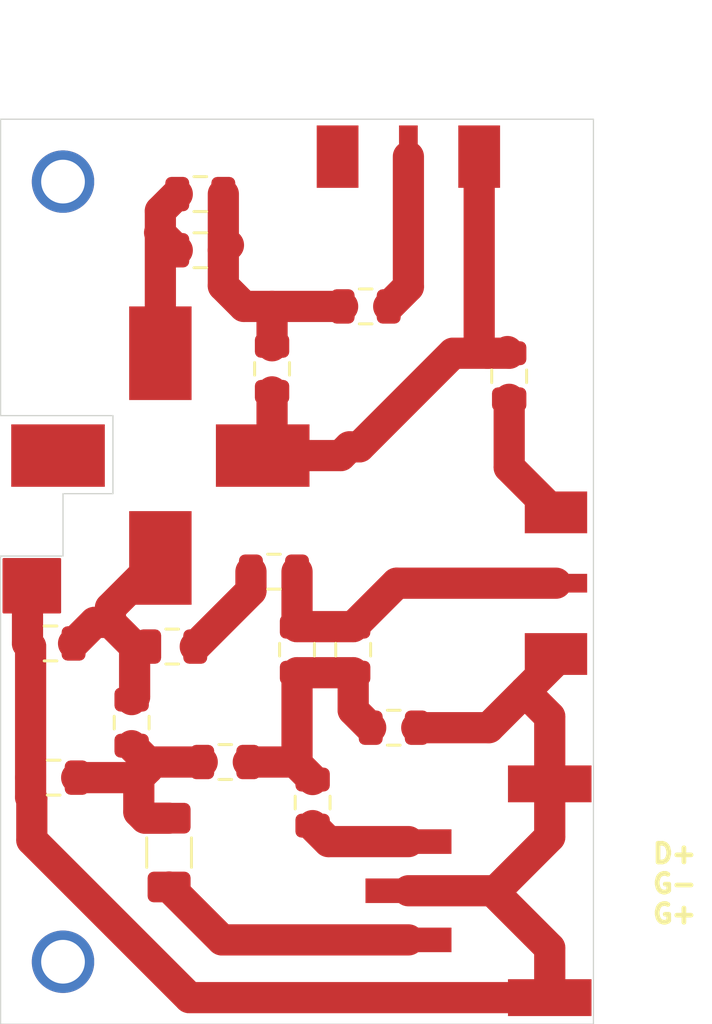
<source format=kicad_pcb>
(kicad_pcb (version 20171130) (host pcbnew "(5.1.4)-1")

  (general
    (thickness 1.6)
    (drawings 13)
    (tracks 84)
    (zones 0)
    (modules 20)
    (nets 1)
  )

  (page A4)
  (layers
    (0 F.Cu signal)
    (31 B.Cu signal)
    (32 B.Adhes user)
    (33 F.Adhes user)
    (34 B.Paste user)
    (35 F.Paste user)
    (36 B.SilkS user)
    (37 F.SilkS user)
    (38 B.Mask user)
    (39 F.Mask user)
    (40 Dwgs.User user)
    (41 Cmts.User user)
    (42 Eco1.User user)
    (43 Eco2.User user)
    (44 Edge.Cuts user)
    (45 Margin user)
    (46 B.CrtYd user)
    (47 F.CrtYd user)
    (48 B.Fab user)
    (49 F.Fab user hide)
  )

  (setup
    (last_trace_width 1.27)
    (user_trace_width 0.635)
    (user_trace_width 1.27)
    (user_trace_width 2.54)
    (trace_clearance 0.2)
    (zone_clearance 0.508)
    (zone_45_only no)
    (trace_min 0.2)
    (via_size 0.8)
    (via_drill 0.4)
    (via_min_size 0.4)
    (via_min_drill 0.3)
    (user_via 2.54 1.778)
    (uvia_size 0.3)
    (uvia_drill 0.1)
    (uvias_allowed no)
    (uvia_min_size 0.2)
    (uvia_min_drill 0.1)
    (edge_width 0.05)
    (segment_width 0.2)
    (pcb_text_width 0.3)
    (pcb_text_size 1.5 1.5)
    (mod_edge_width 0.12)
    (mod_text_size 1 1)
    (mod_text_width 0.15)
    (pad_size 1.524 1.524)
    (pad_drill 0.762)
    (pad_to_mask_clearance 0.051)
    (solder_mask_min_width 0.25)
    (aux_axis_origin 0 0)
    (visible_elements 7FFFFFFF)
    (pcbplotparams
      (layerselection 0x010fc_ffffffff)
      (usegerberextensions false)
      (usegerberattributes false)
      (usegerberadvancedattributes false)
      (creategerberjobfile false)
      (excludeedgelayer true)
      (linewidth 0.100000)
      (plotframeref false)
      (viasonmask false)
      (mode 1)
      (useauxorigin false)
      (hpglpennumber 1)
      (hpglpenspeed 20)
      (hpglpendiameter 15.000000)
      (psnegative false)
      (psa4output false)
      (plotreference true)
      (plotvalue true)
      (plotinvisibletext false)
      (padsonsilk false)
      (subtractmaskfromsilk false)
      (outputformat 1)
      (mirror false)
      (drillshape 1)
      (scaleselection 1)
      (outputdirectory ""))
  )

  (net 0 "")

  (net_class Default "This is the default net class."
    (clearance 0.2)
    (trace_width 0.25)
    (via_dia 0.8)
    (via_drill 0.4)
    (uvia_dia 0.3)
    (uvia_drill 0.1)
  )

  (module "new second stage amp:SMP_EdgeMount" (layer F.Cu) (tedit 5E8E094C) (tstamp 5E8E6022)
    (at 165.315 39.37 90)
    (descr http://www.amphenolrf.com/132289.html)
    (tags SMA)
    (attr smd)
    (fp_text reference REF** (at -2.1336 -1.0922) (layer F.SilkS) hide
      (effects (font (size 1 1) (thickness 0.15)))
    )
    (fp_text value SMP_EdgeMount (at 5 6 90) (layer F.Fab)
      (effects (font (size 1 1) (thickness 0.15)))
    )
    (fp_line (start 6.35 3.81) (end 6.35 -3.81) (layer F.CrtYd) (width 0.05))
    (fp_line (start 6.35 -3.81) (end -1.27 -3.81) (layer F.CrtYd) (width 0.05))
    (fp_line (start 2.4478 0.0762) (end 1.4478 0.8262) (layer F.Fab) (width 0.1))
    (fp_line (start 1.4478 -0.6738) (end 2.4478 0.0762) (layer F.Fab) (width 0.1))
    (fp_text user %R (at 3.6978 0.0762 180) (layer F.Fab)
      (effects (font (size 1 1) (thickness 0.15)))
    )
    (fp_line (start 6.35 3.81) (end -1.27 3.81) (layer F.CrtYd) (width 0.05))
    (fp_line (start -1.27 3.81) (end -1.27 -3.81) (layer F.CrtYd) (width 0.05))
    (fp_line (start 1.27 -3.81) (end 1.27 3.81) (layer F.Fab) (width 0.1))
    (pad 2 smd rect (at 0 2.882 180) (size 1.7 2.54) (layers F.Cu F.Paste F.Mask))
    (pad 2 smd rect (at 0 -2.882 180) (size 1.7 2.54) (layers F.Cu F.Paste F.Mask))
    (pad 1 smd rect (at 0 0 180) (size 0.762 2.54) (layers F.Cu F.Paste F.Mask))
    (model ${KISYS3DMOD}/Connector_Coaxial.3dshapes/SMA_Amphenol_132289_EdgeMount.wrl
      (at (xyz 0 0 0))
      (scale (xyz 1 1 1))
      (rotate (xyz 0 0 0))
    )
  )

  (module "new second stage amp:SMP_EdgeMount" (layer F.Cu) (tedit 5E8E094C) (tstamp 5E8E5FDB)
    (at 171.323 56.73)
    (descr http://www.amphenolrf.com/132289.html)
    (tags SMA)
    (attr smd)
    (fp_text reference REF** (at -2.1336 -1.0922 90) (layer F.SilkS) hide
      (effects (font (size 1 1) (thickness 0.15)))
    )
    (fp_text value SMP_EdgeMount (at 5 6) (layer F.Fab)
      (effects (font (size 1 1) (thickness 0.15)))
    )
    (fp_line (start 6.35 3.81) (end 6.35 -3.81) (layer F.CrtYd) (width 0.05))
    (fp_line (start 6.35 -3.81) (end -1.27 -3.81) (layer F.CrtYd) (width 0.05))
    (fp_line (start 2.4478 0.0762) (end 1.4478 0.8262) (layer F.Fab) (width 0.1))
    (fp_line (start 1.4478 -0.6738) (end 2.4478 0.0762) (layer F.Fab) (width 0.1))
    (fp_text user %R (at 3.6978 0.0762 270) (layer F.Fab)
      (effects (font (size 1 1) (thickness 0.15)))
    )
    (fp_line (start 6.35 3.81) (end -1.27 3.81) (layer F.CrtYd) (width 0.05))
    (fp_line (start -1.27 3.81) (end -1.27 -3.81) (layer F.CrtYd) (width 0.05))
    (fp_line (start 1.27 -3.81) (end 1.27 3.81) (layer F.Fab) (width 0.1))
    (pad 2 smd rect (at 0 2.882 90) (size 1.7 2.54) (layers F.Cu F.Paste F.Mask))
    (pad 2 smd rect (at 0 -2.882 90) (size 1.7 2.54) (layers F.Cu F.Paste F.Mask))
    (pad 1 smd rect (at 0 0 90) (size 0.762 2.54) (layers F.Cu F.Paste F.Mask))
    (model ${KISYS3DMOD}/Connector_Coaxial.3dshapes/SMA_Amphenol_132289_EdgeMount.wrl
      (at (xyz 0 0 0))
      (scale (xyz 1 1 1))
      (rotate (xyz 0 0 0))
    )
  )

  (module Resistor_SMD:R_1206_3216Metric (layer F.Cu) (tedit 5B301BBD) (tstamp 5E8E5CB7)
    (at 155.575 67.694 90)
    (descr "Resistor SMD 1206 (3216 Metric), square (rectangular) end terminal, IPC_7351 nominal, (Body size source: http://www.tortai-tech.com/upload/download/2011102023233369053.pdf), generated with kicad-footprint-generator")
    (tags resistor)
    (attr smd)
    (fp_text reference REF** (at 0 -1.82 90) (layer F.SilkS) hide
      (effects (font (size 1 1) (thickness 0.15)))
    )
    (fp_text value R_1206_3216Metric (at 0 1.82 90) (layer F.Fab)
      (effects (font (size 1 1) (thickness 0.15)))
    )
    (fp_text user %R (at 0 0 90) (layer F.Fab)
      (effects (font (size 0.8 0.8) (thickness 0.12)))
    )
    (fp_line (start 2.28 1.12) (end -2.28 1.12) (layer F.CrtYd) (width 0.05))
    (fp_line (start 2.28 -1.12) (end 2.28 1.12) (layer F.CrtYd) (width 0.05))
    (fp_line (start -2.28 -1.12) (end 2.28 -1.12) (layer F.CrtYd) (width 0.05))
    (fp_line (start -2.28 1.12) (end -2.28 -1.12) (layer F.CrtYd) (width 0.05))
    (fp_line (start -0.602064 0.91) (end 0.602064 0.91) (layer F.SilkS) (width 0.12))
    (fp_line (start -0.602064 -0.91) (end 0.602064 -0.91) (layer F.SilkS) (width 0.12))
    (fp_line (start 1.6 0.8) (end -1.6 0.8) (layer F.Fab) (width 0.1))
    (fp_line (start 1.6 -0.8) (end 1.6 0.8) (layer F.Fab) (width 0.1))
    (fp_line (start -1.6 -0.8) (end 1.6 -0.8) (layer F.Fab) (width 0.1))
    (fp_line (start -1.6 0.8) (end -1.6 -0.8) (layer F.Fab) (width 0.1))
    (pad 2 smd roundrect (at 1.4 0 90) (size 1.25 1.75) (layers F.Cu F.Paste F.Mask) (roundrect_rratio 0.2))
    (pad 1 smd roundrect (at -1.4 0 90) (size 1.25 1.75) (layers F.Cu F.Paste F.Mask) (roundrect_rratio 0.2))
    (model ${KISYS3DMOD}/Resistor_SMD.3dshapes/R_1206_3216Metric.wrl
      (at (xyz 0 0 0))
      (scale (xyz 1 1 1))
      (rotate (xyz 0 0 0))
    )
  )

  (module "new second stage amp:3 pos header" (layer F.Cu) (tedit 5E8DFE5E) (tstamp 5E8E5579)
    (at 172.769 64.147 270)
    (fp_text reference REF** (at 5.842 -0.9144 90) (layer F.SilkS) hide
      (effects (font (size 1 1) (thickness 0.15)))
    )
    (fp_text value "3 pos header" (at -0.0254 -1.2192 90) (layer F.Fab)
      (effects (font (size 1 1) (thickness 0.15)))
    )
    (fp_line (start 10.2 9.2) (end 10.2 0) (layer F.CrtYd) (width 0.12))
    (fp_line (start 0 0) (end 0 9.2) (layer F.CrtYd) (width 0.12))
    (fp_line (start 0 9.2) (end 10.2 9.2) (layer F.CrtYd) (width 0.12))
    (fp_line (start 0 0) (end 10.2 0) (layer F.CrtYd) (width 0.12))
    (pad 5 smd rect (at 9.45 1.7 270) (size 1.5 3.4) (layers F.Cu F.Paste F.Mask))
    (pad 4 smd rect (at 0.75 1.7 270) (size 1.5 3.4) (layers F.Cu F.Paste F.Mask))
    (pad 3 smd rect (at 7.1 7.45 270) (size 1 3.5) (layers F.Cu F.Paste F.Mask))
    (pad 2 smd rect (at 5.1 7.45 270) (size 1 3.5) (layers F.Cu F.Paste F.Mask))
    (pad 1 smd rect (at 3.1 7.45 270) (size 1 3.5) (layers F.Cu F.Paste F.Mask))
  )

  (module Capacitor_SMD:C_0805_2012Metric (layer F.Cu) (tedit 5B36C52B) (tstamp 5E8E5335)
    (at 161.417 65.659 90)
    (descr "Capacitor SMD 0805 (2012 Metric), square (rectangular) end terminal, IPC_7351 nominal, (Body size source: https://docs.google.com/spreadsheets/d/1BsfQQcO9C6DZCsRaXUlFlo91Tg2WpOkGARC1WS5S8t0/edit?usp=sharing), generated with kicad-footprint-generator")
    (tags capacitor)
    (attr smd)
    (fp_text reference REF** (at 0 -1.65 90) (layer F.SilkS) hide
      (effects (font (size 1 1) (thickness 0.15)))
    )
    (fp_text value C_0805_2012Metric (at 0 1.65 90) (layer F.Fab)
      (effects (font (size 1 1) (thickness 0.15)))
    )
    (fp_text user %R (at 0 0 90) (layer F.Fab)
      (effects (font (size 0.5 0.5) (thickness 0.08)))
    )
    (fp_line (start 1.68 0.95) (end -1.68 0.95) (layer F.CrtYd) (width 0.05))
    (fp_line (start 1.68 -0.95) (end 1.68 0.95) (layer F.CrtYd) (width 0.05))
    (fp_line (start -1.68 -0.95) (end 1.68 -0.95) (layer F.CrtYd) (width 0.05))
    (fp_line (start -1.68 0.95) (end -1.68 -0.95) (layer F.CrtYd) (width 0.05))
    (fp_line (start -0.258578 0.71) (end 0.258578 0.71) (layer F.SilkS) (width 0.12))
    (fp_line (start -0.258578 -0.71) (end 0.258578 -0.71) (layer F.SilkS) (width 0.12))
    (fp_line (start 1 0.6) (end -1 0.6) (layer F.Fab) (width 0.1))
    (fp_line (start 1 -0.6) (end 1 0.6) (layer F.Fab) (width 0.1))
    (fp_line (start -1 -0.6) (end 1 -0.6) (layer F.Fab) (width 0.1))
    (fp_line (start -1 0.6) (end -1 -0.6) (layer F.Fab) (width 0.1))
    (pad 2 smd roundrect (at 0.9375 0 90) (size 0.975 1.4) (layers F.Cu F.Paste F.Mask) (roundrect_rratio 0.25))
    (pad 1 smd roundrect (at -0.9375 0 90) (size 0.975 1.4) (layers F.Cu F.Paste F.Mask) (roundrect_rratio 0.25))
    (model ${KISYS3DMOD}/Capacitor_SMD.3dshapes/C_0805_2012Metric.wrl
      (at (xyz 0 0 0))
      (scale (xyz 1 1 1))
      (rotate (xyz 0 0 0))
    )
  )

  (module Capacitor_SMD:C_0805_2012Metric (layer F.Cu) (tedit 5B36C52B) (tstamp 5E8E526B)
    (at 155.702 59.309)
    (descr "Capacitor SMD 0805 (2012 Metric), square (rectangular) end terminal, IPC_7351 nominal, (Body size source: https://docs.google.com/spreadsheets/d/1BsfQQcO9C6DZCsRaXUlFlo91Tg2WpOkGARC1WS5S8t0/edit?usp=sharing), generated with kicad-footprint-generator")
    (tags capacitor)
    (attr smd)
    (fp_text reference REF** (at 0 -1.65) (layer F.SilkS) hide
      (effects (font (size 1 1) (thickness 0.15)))
    )
    (fp_text value C_0805_2012Metric (at 0 1.65) (layer F.Fab)
      (effects (font (size 1 1) (thickness 0.15)))
    )
    (fp_text user %R (at 0 0) (layer F.Fab)
      (effects (font (size 0.5 0.5) (thickness 0.08)))
    )
    (fp_line (start 1.68 0.95) (end -1.68 0.95) (layer F.CrtYd) (width 0.05))
    (fp_line (start 1.68 -0.95) (end 1.68 0.95) (layer F.CrtYd) (width 0.05))
    (fp_line (start -1.68 -0.95) (end 1.68 -0.95) (layer F.CrtYd) (width 0.05))
    (fp_line (start -1.68 0.95) (end -1.68 -0.95) (layer F.CrtYd) (width 0.05))
    (fp_line (start -0.258578 0.71) (end 0.258578 0.71) (layer F.SilkS) (width 0.12))
    (fp_line (start -0.258578 -0.71) (end 0.258578 -0.71) (layer F.SilkS) (width 0.12))
    (fp_line (start 1 0.6) (end -1 0.6) (layer F.Fab) (width 0.1))
    (fp_line (start 1 -0.6) (end 1 0.6) (layer F.Fab) (width 0.1))
    (fp_line (start -1 -0.6) (end 1 -0.6) (layer F.Fab) (width 0.1))
    (fp_line (start -1 0.6) (end -1 -0.6) (layer F.Fab) (width 0.1))
    (pad 2 smd roundrect (at 0.9375 0) (size 0.975 1.4) (layers F.Cu F.Paste F.Mask) (roundrect_rratio 0.25))
    (pad 1 smd roundrect (at -0.9375 0) (size 0.975 1.4) (layers F.Cu F.Paste F.Mask) (roundrect_rratio 0.25))
    (model ${KISYS3DMOD}/Capacitor_SMD.3dshapes/C_0805_2012Metric.wrl
      (at (xyz 0 0 0))
      (scale (xyz 1 1 1))
      (rotate (xyz 0 0 0))
    )
  )

  (module Capacitor_SMD:C_0805_2012Metric (layer F.Cu) (tedit 5B36C52B) (tstamp 5E8E508C)
    (at 156.845 40.894)
    (descr "Capacitor SMD 0805 (2012 Metric), square (rectangular) end terminal, IPC_7351 nominal, (Body size source: https://docs.google.com/spreadsheets/d/1BsfQQcO9C6DZCsRaXUlFlo91Tg2WpOkGARC1WS5S8t0/edit?usp=sharing), generated with kicad-footprint-generator")
    (tags capacitor)
    (attr smd)
    (fp_text reference REF** (at 0 -1.65) (layer F.SilkS) hide
      (effects (font (size 1 1) (thickness 0.15)))
    )
    (fp_text value C_0805_2012Metric (at 0 1.65) (layer F.Fab)
      (effects (font (size 1 1) (thickness 0.15)))
    )
    (fp_text user %R (at 0 0) (layer F.Fab)
      (effects (font (size 0.5 0.5) (thickness 0.08)))
    )
    (fp_line (start 1.68 0.95) (end -1.68 0.95) (layer F.CrtYd) (width 0.05))
    (fp_line (start 1.68 -0.95) (end 1.68 0.95) (layer F.CrtYd) (width 0.05))
    (fp_line (start -1.68 -0.95) (end 1.68 -0.95) (layer F.CrtYd) (width 0.05))
    (fp_line (start -1.68 0.95) (end -1.68 -0.95) (layer F.CrtYd) (width 0.05))
    (fp_line (start -0.258578 0.71) (end 0.258578 0.71) (layer F.SilkS) (width 0.12))
    (fp_line (start -0.258578 -0.71) (end 0.258578 -0.71) (layer F.SilkS) (width 0.12))
    (fp_line (start 1 0.6) (end -1 0.6) (layer F.Fab) (width 0.1))
    (fp_line (start 1 -0.6) (end 1 0.6) (layer F.Fab) (width 0.1))
    (fp_line (start -1 -0.6) (end 1 -0.6) (layer F.Fab) (width 0.1))
    (fp_line (start -1 0.6) (end -1 -0.6) (layer F.Fab) (width 0.1))
    (pad 2 smd roundrect (at 0.9375 0) (size 0.975 1.4) (layers F.Cu F.Paste F.Mask) (roundrect_rratio 0.25))
    (pad 1 smd roundrect (at -0.9375 0) (size 0.975 1.4) (layers F.Cu F.Paste F.Mask) (roundrect_rratio 0.25))
    (model ${KISYS3DMOD}/Capacitor_SMD.3dshapes/C_0805_2012Metric.wrl
      (at (xyz 0 0 0))
      (scale (xyz 1 1 1))
      (rotate (xyz 0 0 0))
    )
  )

  (module Capacitor_SMD:C_0805_2012Metric (layer F.Cu) (tedit 5B36C52B) (tstamp 5E7B7DB3)
    (at 164.719 62.611)
    (descr "Capacitor SMD 0805 (2012 Metric), square (rectangular) end terminal, IPC_7351 nominal, (Body size source: https://docs.google.com/spreadsheets/d/1BsfQQcO9C6DZCsRaXUlFlo91Tg2WpOkGARC1WS5S8t0/edit?usp=sharing), generated with kicad-footprint-generator")
    (tags capacitor)
    (attr smd)
    (fp_text reference REF** (at 0 -1.65) (layer F.SilkS) hide
      (effects (font (size 1 1) (thickness 0.15)))
    )
    (fp_text value C_0805_2012Metric (at 0 1.65) (layer F.Fab)
      (effects (font (size 1 1) (thickness 0.15)))
    )
    (fp_text user %R (at 0 0) (layer F.Fab)
      (effects (font (size 0.5 0.5) (thickness 0.08)))
    )
    (fp_line (start 1.68 0.95) (end -1.68 0.95) (layer F.CrtYd) (width 0.05))
    (fp_line (start 1.68 -0.95) (end 1.68 0.95) (layer F.CrtYd) (width 0.05))
    (fp_line (start -1.68 -0.95) (end 1.68 -0.95) (layer F.CrtYd) (width 0.05))
    (fp_line (start -1.68 0.95) (end -1.68 -0.95) (layer F.CrtYd) (width 0.05))
    (fp_line (start -0.258578 0.71) (end 0.258578 0.71) (layer F.SilkS) (width 0.12))
    (fp_line (start -0.258578 -0.71) (end 0.258578 -0.71) (layer F.SilkS) (width 0.12))
    (fp_line (start 1 0.6) (end -1 0.6) (layer F.Fab) (width 0.1))
    (fp_line (start 1 -0.6) (end 1 0.6) (layer F.Fab) (width 0.1))
    (fp_line (start -1 -0.6) (end 1 -0.6) (layer F.Fab) (width 0.1))
    (fp_line (start -1 0.6) (end -1 -0.6) (layer F.Fab) (width 0.1))
    (pad 2 smd roundrect (at 0.9375 0) (size 0.975 1.4) (layers F.Cu F.Paste F.Mask) (roundrect_rratio 0.25))
    (pad 1 smd roundrect (at -0.9375 0) (size 0.975 1.4) (layers F.Cu F.Paste F.Mask) (roundrect_rratio 0.25))
    (model ${KISYS3DMOD}/Capacitor_SMD.3dshapes/C_0805_2012Metric.wrl
      (at (xyz 0 0 0))
      (scale (xyz 1 1 1))
      (rotate (xyz 0 0 0))
    )
  )

  (module Inductor_SMD:L_0805_2012Metric (layer F.Cu) (tedit 5B36C52B) (tstamp 5E7B7BF5)
    (at 163.068 59.436 90)
    (descr "Inductor SMD 0805 (2012 Metric), square (rectangular) end terminal, IPC_7351 nominal, (Body size source: https://docs.google.com/spreadsheets/d/1BsfQQcO9C6DZCsRaXUlFlo91Tg2WpOkGARC1WS5S8t0/edit?usp=sharing), generated with kicad-footprint-generator")
    (tags inductor)
    (attr smd)
    (fp_text reference REF** (at 0 -1.65 90) (layer F.SilkS) hide
      (effects (font (size 1 1) (thickness 0.15)))
    )
    (fp_text value L_0805_2012Metric (at 0 1.65 90) (layer F.Fab)
      (effects (font (size 1 1) (thickness 0.15)))
    )
    (fp_text user %R (at 0 0 90) (layer F.Fab)
      (effects (font (size 0.5 0.5) (thickness 0.08)))
    )
    (fp_line (start 1.68 0.95) (end -1.68 0.95) (layer F.CrtYd) (width 0.05))
    (fp_line (start 1.68 -0.95) (end 1.68 0.95) (layer F.CrtYd) (width 0.05))
    (fp_line (start -1.68 -0.95) (end 1.68 -0.95) (layer F.CrtYd) (width 0.05))
    (fp_line (start -1.68 0.95) (end -1.68 -0.95) (layer F.CrtYd) (width 0.05))
    (fp_line (start -0.258578 0.71) (end 0.258578 0.71) (layer F.SilkS) (width 0.12))
    (fp_line (start -0.258578 -0.71) (end 0.258578 -0.71) (layer F.SilkS) (width 0.12))
    (fp_line (start 1 0.6) (end -1 0.6) (layer F.Fab) (width 0.1))
    (fp_line (start 1 -0.6) (end 1 0.6) (layer F.Fab) (width 0.1))
    (fp_line (start -1 -0.6) (end 1 -0.6) (layer F.Fab) (width 0.1))
    (fp_line (start -1 0.6) (end -1 -0.6) (layer F.Fab) (width 0.1))
    (pad 2 smd roundrect (at 0.9375 0 90) (size 0.975 1.4) (layers F.Cu F.Paste F.Mask) (roundrect_rratio 0.25))
    (pad 1 smd roundrect (at -0.9375 0 90) (size 0.975 1.4) (layers F.Cu F.Paste F.Mask) (roundrect_rratio 0.25))
    (model ${KISYS3DMOD}/Inductor_SMD.3dshapes/L_0805_2012Metric.wrl
      (at (xyz 0 0 0))
      (scale (xyz 1 1 1))
      (rotate (xyz 0 0 0))
    )
  )

  (module Resistor_SMD:R_0805_2012Metric (layer F.Cu) (tedit 5B36C52B) (tstamp 5E7B7482)
    (at 160.782 59.436 90)
    (descr "Resistor SMD 0805 (2012 Metric), square (rectangular) end terminal, IPC_7351 nominal, (Body size source: https://docs.google.com/spreadsheets/d/1BsfQQcO9C6DZCsRaXUlFlo91Tg2WpOkGARC1WS5S8t0/edit?usp=sharing), generated with kicad-footprint-generator")
    (tags resistor)
    (attr smd)
    (fp_text reference REF** (at 0 -1.65 90) (layer F.SilkS) hide
      (effects (font (size 1 1) (thickness 0.15)))
    )
    (fp_text value R_0805_2012Metric (at 0 1.65 90) (layer F.Fab)
      (effects (font (size 1 1) (thickness 0.15)))
    )
    (fp_text user %R (at 0 0 90) (layer F.Fab)
      (effects (font (size 0.5 0.5) (thickness 0.08)))
    )
    (fp_line (start 1.68 0.95) (end -1.68 0.95) (layer F.CrtYd) (width 0.05))
    (fp_line (start 1.68 -0.95) (end 1.68 0.95) (layer F.CrtYd) (width 0.05))
    (fp_line (start -1.68 -0.95) (end 1.68 -0.95) (layer F.CrtYd) (width 0.05))
    (fp_line (start -1.68 0.95) (end -1.68 -0.95) (layer F.CrtYd) (width 0.05))
    (fp_line (start -0.258578 0.71) (end 0.258578 0.71) (layer F.SilkS) (width 0.12))
    (fp_line (start -0.258578 -0.71) (end 0.258578 -0.71) (layer F.SilkS) (width 0.12))
    (fp_line (start 1 0.6) (end -1 0.6) (layer F.Fab) (width 0.1))
    (fp_line (start 1 -0.6) (end 1 0.6) (layer F.Fab) (width 0.1))
    (fp_line (start -1 -0.6) (end 1 -0.6) (layer F.Fab) (width 0.1))
    (fp_line (start -1 0.6) (end -1 -0.6) (layer F.Fab) (width 0.1))
    (pad 2 smd roundrect (at 0.9375 0 90) (size 0.975 1.4) (layers F.Cu F.Paste F.Mask) (roundrect_rratio 0.25))
    (pad 1 smd roundrect (at -0.9375 0 90) (size 0.975 1.4) (layers F.Cu F.Paste F.Mask) (roundrect_rratio 0.25))
    (model ${KISYS3DMOD}/Resistor_SMD.3dshapes/R_0805_2012Metric.wrl
      (at (xyz 0 0 0))
      (scale (xyz 1 1 1))
      (rotate (xyz 0 0 0))
    )
  )

  (module Capacitor_SMD:C_0805_2012Metric (layer F.Cu) (tedit 5B36C52B) (tstamp 5E7B7421)
    (at 157.861 64.008)
    (descr "Capacitor SMD 0805 (2012 Metric), square (rectangular) end terminal, IPC_7351 nominal, (Body size source: https://docs.google.com/spreadsheets/d/1BsfQQcO9C6DZCsRaXUlFlo91Tg2WpOkGARC1WS5S8t0/edit?usp=sharing), generated with kicad-footprint-generator")
    (tags capacitor)
    (attr smd)
    (fp_text reference REF** (at 0 -1.65) (layer F.SilkS) hide
      (effects (font (size 1 1) (thickness 0.15)))
    )
    (fp_text value C_0805_2012Metric (at 0 1.65) (layer F.Fab)
      (effects (font (size 1 1) (thickness 0.15)))
    )
    (fp_text user %R (at 0 0) (layer F.Fab)
      (effects (font (size 0.5 0.5) (thickness 0.08)))
    )
    (fp_line (start 1.68 0.95) (end -1.68 0.95) (layer F.CrtYd) (width 0.05))
    (fp_line (start 1.68 -0.95) (end 1.68 0.95) (layer F.CrtYd) (width 0.05))
    (fp_line (start -1.68 -0.95) (end 1.68 -0.95) (layer F.CrtYd) (width 0.05))
    (fp_line (start -1.68 0.95) (end -1.68 -0.95) (layer F.CrtYd) (width 0.05))
    (fp_line (start -0.258578 0.71) (end 0.258578 0.71) (layer F.SilkS) (width 0.12))
    (fp_line (start -0.258578 -0.71) (end 0.258578 -0.71) (layer F.SilkS) (width 0.12))
    (fp_line (start 1 0.6) (end -1 0.6) (layer F.Fab) (width 0.1))
    (fp_line (start 1 -0.6) (end 1 0.6) (layer F.Fab) (width 0.1))
    (fp_line (start -1 -0.6) (end 1 -0.6) (layer F.Fab) (width 0.1))
    (fp_line (start -1 0.6) (end -1 -0.6) (layer F.Fab) (width 0.1))
    (pad 2 smd roundrect (at 0.9375 0) (size 0.975 1.4) (layers F.Cu F.Paste F.Mask) (roundrect_rratio 0.25))
    (pad 1 smd roundrect (at -0.9375 0) (size 0.975 1.4) (layers F.Cu F.Paste F.Mask) (roundrect_rratio 0.25))
    (model ${KISYS3DMOD}/Capacitor_SMD.3dshapes/C_0805_2012Metric.wrl
      (at (xyz 0 0 0))
      (scale (xyz 1 1 1))
      (rotate (xyz 0 0 0))
    )
  )

  (module Resistor_SMD:R_0805_2012Metric (layer F.Cu) (tedit 5B36C52B) (tstamp 5E7B73C0)
    (at 154.051 62.4055 90)
    (descr "Resistor SMD 0805 (2012 Metric), square (rectangular) end terminal, IPC_7351 nominal, (Body size source: https://docs.google.com/spreadsheets/d/1BsfQQcO9C6DZCsRaXUlFlo91Tg2WpOkGARC1WS5S8t0/edit?usp=sharing), generated with kicad-footprint-generator")
    (tags resistor)
    (attr smd)
    (fp_text reference REF** (at 0 -1.65 90) (layer F.SilkS) hide
      (effects (font (size 1 1) (thickness 0.15)))
    )
    (fp_text value R_0805_2012Metric (at 0 1.65 90) (layer F.Fab)
      (effects (font (size 1 1) (thickness 0.15)))
    )
    (fp_text user %R (at 0 0 90) (layer F.Fab)
      (effects (font (size 0.5 0.5) (thickness 0.08)))
    )
    (fp_line (start 1.68 0.95) (end -1.68 0.95) (layer F.CrtYd) (width 0.05))
    (fp_line (start 1.68 -0.95) (end 1.68 0.95) (layer F.CrtYd) (width 0.05))
    (fp_line (start -1.68 -0.95) (end 1.68 -0.95) (layer F.CrtYd) (width 0.05))
    (fp_line (start -1.68 0.95) (end -1.68 -0.95) (layer F.CrtYd) (width 0.05))
    (fp_line (start -0.258578 0.71) (end 0.258578 0.71) (layer F.SilkS) (width 0.12))
    (fp_line (start -0.258578 -0.71) (end 0.258578 -0.71) (layer F.SilkS) (width 0.12))
    (fp_line (start 1 0.6) (end -1 0.6) (layer F.Fab) (width 0.1))
    (fp_line (start 1 -0.6) (end 1 0.6) (layer F.Fab) (width 0.1))
    (fp_line (start -1 -0.6) (end 1 -0.6) (layer F.Fab) (width 0.1))
    (fp_line (start -1 0.6) (end -1 -0.6) (layer F.Fab) (width 0.1))
    (pad 2 smd roundrect (at 0.9375 0 90) (size 0.975 1.4) (layers F.Cu F.Paste F.Mask) (roundrect_rratio 0.25))
    (pad 1 smd roundrect (at -0.9375 0 90) (size 0.975 1.4) (layers F.Cu F.Paste F.Mask) (roundrect_rratio 0.25))
    (model ${KISYS3DMOD}/Resistor_SMD.3dshapes/R_0805_2012Metric.wrl
      (at (xyz 0 0 0))
      (scale (xyz 1 1 1))
      (rotate (xyz 0 0 0))
    )
  )

  (module Capacitor_SMD:C_0805_2012Metric (layer F.Cu) (tedit 5B36C52B) (tstamp 5E7B7182)
    (at 159.766 48.006 90)
    (descr "Capacitor SMD 0805 (2012 Metric), square (rectangular) end terminal, IPC_7351 nominal, (Body size source: https://docs.google.com/spreadsheets/d/1BsfQQcO9C6DZCsRaXUlFlo91Tg2WpOkGARC1WS5S8t0/edit?usp=sharing), generated with kicad-footprint-generator")
    (tags capacitor)
    (attr smd)
    (fp_text reference REF** (at 0 -1.65 90) (layer F.SilkS) hide
      (effects (font (size 1 1) (thickness 0.15)))
    )
    (fp_text value C_0805_2012Metric (at 0 1.65 90) (layer F.Fab)
      (effects (font (size 1 1) (thickness 0.15)))
    )
    (fp_text user %R (at 0 0 90) (layer F.Fab)
      (effects (font (size 0.5 0.5) (thickness 0.08)))
    )
    (fp_line (start 1.68 0.95) (end -1.68 0.95) (layer F.CrtYd) (width 0.05))
    (fp_line (start 1.68 -0.95) (end 1.68 0.95) (layer F.CrtYd) (width 0.05))
    (fp_line (start -1.68 -0.95) (end 1.68 -0.95) (layer F.CrtYd) (width 0.05))
    (fp_line (start -1.68 0.95) (end -1.68 -0.95) (layer F.CrtYd) (width 0.05))
    (fp_line (start -0.258578 0.71) (end 0.258578 0.71) (layer F.SilkS) (width 0.12))
    (fp_line (start -0.258578 -0.71) (end 0.258578 -0.71) (layer F.SilkS) (width 0.12))
    (fp_line (start 1 0.6) (end -1 0.6) (layer F.Fab) (width 0.1))
    (fp_line (start 1 -0.6) (end 1 0.6) (layer F.Fab) (width 0.1))
    (fp_line (start -1 -0.6) (end 1 -0.6) (layer F.Fab) (width 0.1))
    (fp_line (start -1 0.6) (end -1 -0.6) (layer F.Fab) (width 0.1))
    (pad 2 smd roundrect (at 0.9375 0 90) (size 0.975 1.4) (layers F.Cu F.Paste F.Mask) (roundrect_rratio 0.25))
    (pad 1 smd roundrect (at -0.9375 0 90) (size 0.975 1.4) (layers F.Cu F.Paste F.Mask) (roundrect_rratio 0.25))
    (model ${KISYS3DMOD}/Capacitor_SMD.3dshapes/C_0805_2012Metric.wrl
      (at (xyz 0 0 0))
      (scale (xyz 1 1 1))
      (rotate (xyz 0 0 0))
    )
  )

  (module "FET board:FET FHX13LG" (layer F.Cu) (tedit 5E7A0D71) (tstamp 5E7ACB41)
    (at 155.2194 51.5366)
    (fp_text reference REF** (at 0 0.5) (layer F.SilkS) hide
      (effects (font (size 1 1) (thickness 0.15)))
    )
    (fp_text value "FET FHX13LG" (at 6.731 -2.7178) (layer F.Fab)
      (effects (font (size 1 1) (thickness 0.15)))
    )
    (pad 4 smd rect (at -4.1656 0) (size 3.81 2.54) (layers F.Cu F.Paste F.Mask))
    (pad 3 smd rect (at 0 4.1656) (size 2.54 3.81) (layers F.Cu F.Paste F.Mask))
    (pad 2 smd rect (at 4.1656 0) (size 3.81 2.54) (layers F.Cu F.Paste F.Mask))
    (pad 1 smd rect (at 0 -4.1656) (size 2.54 3.81) (layers F.Cu F.Paste F.Mask))
  )

  (module Capacitor_SMD:C_0805_2012Metric (layer F.Cu) (tedit 5B36C52B) (tstamp 5E7AC8AA)
    (at 150.876 64.643)
    (descr "Capacitor SMD 0805 (2012 Metric), square (rectangular) end terminal, IPC_7351 nominal, (Body size source: https://docs.google.com/spreadsheets/d/1BsfQQcO9C6DZCsRaXUlFlo91Tg2WpOkGARC1WS5S8t0/edit?usp=sharing), generated with kicad-footprint-generator")
    (tags capacitor)
    (attr smd)
    (fp_text reference REF** (at 0 -1.65) (layer F.SilkS) hide
      (effects (font (size 1 1) (thickness 0.15)))
    )
    (fp_text value C_0805_2012Metric (at 0 1.65) (layer F.Fab)
      (effects (font (size 1 1) (thickness 0.15)))
    )
    (fp_text user %R (at 0 0) (layer F.Fab)
      (effects (font (size 0.5 0.5) (thickness 0.08)))
    )
    (fp_line (start 1.68 0.95) (end -1.68 0.95) (layer F.CrtYd) (width 0.05))
    (fp_line (start 1.68 -0.95) (end 1.68 0.95) (layer F.CrtYd) (width 0.05))
    (fp_line (start -1.68 -0.95) (end 1.68 -0.95) (layer F.CrtYd) (width 0.05))
    (fp_line (start -1.68 0.95) (end -1.68 -0.95) (layer F.CrtYd) (width 0.05))
    (fp_line (start -0.258578 0.71) (end 0.258578 0.71) (layer F.SilkS) (width 0.12))
    (fp_line (start -0.258578 -0.71) (end 0.258578 -0.71) (layer F.SilkS) (width 0.12))
    (fp_line (start 1 0.6) (end -1 0.6) (layer F.Fab) (width 0.1))
    (fp_line (start 1 -0.6) (end 1 0.6) (layer F.Fab) (width 0.1))
    (fp_line (start -1 -0.6) (end 1 -0.6) (layer F.Fab) (width 0.1))
    (fp_line (start -1 0.6) (end -1 -0.6) (layer F.Fab) (width 0.1))
    (pad 2 smd roundrect (at 0.9375 0) (size 0.975 1.4) (layers F.Cu F.Paste F.Mask) (roundrect_rratio 0.25))
    (pad 1 smd roundrect (at -0.9375 0) (size 0.975 1.4) (layers F.Cu F.Paste F.Mask) (roundrect_rratio 0.25))
    (model ${KISYS3DMOD}/Capacitor_SMD.3dshapes/C_0805_2012Metric.wrl
      (at (xyz 0 0 0))
      (scale (xyz 1 1 1))
      (rotate (xyz 0 0 0))
    )
  )

  (module Capacitor_SMD:C_0805_2012Metric (layer F.Cu) (tedit 5B36C52B) (tstamp 5E7AC859)
    (at 150.749 59.182)
    (descr "Capacitor SMD 0805 (2012 Metric), square (rectangular) end terminal, IPC_7351 nominal, (Body size source: https://docs.google.com/spreadsheets/d/1BsfQQcO9C6DZCsRaXUlFlo91Tg2WpOkGARC1WS5S8t0/edit?usp=sharing), generated with kicad-footprint-generator")
    (tags capacitor)
    (attr smd)
    (fp_text reference REF** (at 0 -1.65) (layer F.SilkS) hide
      (effects (font (size 1 1) (thickness 0.15)))
    )
    (fp_text value C_0805_2012Metric (at 0 1.65) (layer F.Fab)
      (effects (font (size 1 1) (thickness 0.15)))
    )
    (fp_text user %R (at 0 0) (layer F.Fab)
      (effects (font (size 0.5 0.5) (thickness 0.08)))
    )
    (fp_line (start 1.68 0.95) (end -1.68 0.95) (layer F.CrtYd) (width 0.05))
    (fp_line (start 1.68 -0.95) (end 1.68 0.95) (layer F.CrtYd) (width 0.05))
    (fp_line (start -1.68 -0.95) (end 1.68 -0.95) (layer F.CrtYd) (width 0.05))
    (fp_line (start -1.68 0.95) (end -1.68 -0.95) (layer F.CrtYd) (width 0.05))
    (fp_line (start -0.258578 0.71) (end 0.258578 0.71) (layer F.SilkS) (width 0.12))
    (fp_line (start -0.258578 -0.71) (end 0.258578 -0.71) (layer F.SilkS) (width 0.12))
    (fp_line (start 1 0.6) (end -1 0.6) (layer F.Fab) (width 0.1))
    (fp_line (start 1 -0.6) (end 1 0.6) (layer F.Fab) (width 0.1))
    (fp_line (start -1 -0.6) (end 1 -0.6) (layer F.Fab) (width 0.1))
    (fp_line (start -1 0.6) (end -1 -0.6) (layer F.Fab) (width 0.1))
    (pad 2 smd roundrect (at 0.9375 0) (size 0.975 1.4) (layers F.Cu F.Paste F.Mask) (roundrect_rratio 0.25))
    (pad 1 smd roundrect (at -0.9375 0) (size 0.975 1.4) (layers F.Cu F.Paste F.Mask) (roundrect_rratio 0.25))
    (model ${KISYS3DMOD}/Capacitor_SMD.3dshapes/C_0805_2012Metric.wrl
      (at (xyz 0 0 0))
      (scale (xyz 1 1 1))
      (rotate (xyz 0 0 0))
    )
  )

  (module Capacitor_SMD:C_0805_2012Metric (layer F.Cu) (tedit 5B36C52B) (tstamp 5E7AC775)
    (at 159.8445 56.261)
    (descr "Capacitor SMD 0805 (2012 Metric), square (rectangular) end terminal, IPC_7351 nominal, (Body size source: https://docs.google.com/spreadsheets/d/1BsfQQcO9C6DZCsRaXUlFlo91Tg2WpOkGARC1WS5S8t0/edit?usp=sharing), generated with kicad-footprint-generator")
    (tags capacitor)
    (attr smd)
    (fp_text reference REF** (at 0 -1.65) (layer F.SilkS) hide
      (effects (font (size 1 1) (thickness 0.15)))
    )
    (fp_text value C_0805_2012Metric (at 0 1.65) (layer F.Fab)
      (effects (font (size 1 1) (thickness 0.15)))
    )
    (fp_text user %R (at 0 0) (layer F.Fab)
      (effects (font (size 0.5 0.5) (thickness 0.08)))
    )
    (fp_line (start 1.68 0.95) (end -1.68 0.95) (layer F.CrtYd) (width 0.05))
    (fp_line (start 1.68 -0.95) (end 1.68 0.95) (layer F.CrtYd) (width 0.05))
    (fp_line (start -1.68 -0.95) (end 1.68 -0.95) (layer F.CrtYd) (width 0.05))
    (fp_line (start -1.68 0.95) (end -1.68 -0.95) (layer F.CrtYd) (width 0.05))
    (fp_line (start -0.258578 0.71) (end 0.258578 0.71) (layer F.SilkS) (width 0.12))
    (fp_line (start -0.258578 -0.71) (end 0.258578 -0.71) (layer F.SilkS) (width 0.12))
    (fp_line (start 1 0.6) (end -1 0.6) (layer F.Fab) (width 0.1))
    (fp_line (start 1 -0.6) (end 1 0.6) (layer F.Fab) (width 0.1))
    (fp_line (start -1 -0.6) (end 1 -0.6) (layer F.Fab) (width 0.1))
    (fp_line (start -1 0.6) (end -1 -0.6) (layer F.Fab) (width 0.1))
    (pad 2 smd roundrect (at 0.9375 0) (size 0.975 1.4) (layers F.Cu F.Paste F.Mask) (roundrect_rratio 0.25))
    (pad 1 smd roundrect (at -0.9375 0) (size 0.975 1.4) (layers F.Cu F.Paste F.Mask) (roundrect_rratio 0.25))
    (model ${KISYS3DMOD}/Capacitor_SMD.3dshapes/C_0805_2012Metric.wrl
      (at (xyz 0 0 0))
      (scale (xyz 1 1 1))
      (rotate (xyz 0 0 0))
    )
  )

  (module Resistor_SMD:R_0805_2012Metric (layer F.Cu) (tedit 5B36C52B) (tstamp 5E7AC508)
    (at 169.418 48.3085 90)
    (descr "Resistor SMD 0805 (2012 Metric), square (rectangular) end terminal, IPC_7351 nominal, (Body size source: https://docs.google.com/spreadsheets/d/1BsfQQcO9C6DZCsRaXUlFlo91Tg2WpOkGARC1WS5S8t0/edit?usp=sharing), generated with kicad-footprint-generator")
    (tags resistor)
    (attr smd)
    (fp_text reference REF** (at 0 -1.65 90) (layer F.SilkS) hide
      (effects (font (size 1 1) (thickness 0.15)))
    )
    (fp_text value R_0805_2012Metric (at 0 1.65 90) (layer F.Fab)
      (effects (font (size 1 1) (thickness 0.15)))
    )
    (fp_text user %R (at 0 0 90) (layer F.Fab)
      (effects (font (size 0.5 0.5) (thickness 0.08)))
    )
    (fp_line (start 1.68 0.95) (end -1.68 0.95) (layer F.CrtYd) (width 0.05))
    (fp_line (start 1.68 -0.95) (end 1.68 0.95) (layer F.CrtYd) (width 0.05))
    (fp_line (start -1.68 -0.95) (end 1.68 -0.95) (layer F.CrtYd) (width 0.05))
    (fp_line (start -1.68 0.95) (end -1.68 -0.95) (layer F.CrtYd) (width 0.05))
    (fp_line (start -0.258578 0.71) (end 0.258578 0.71) (layer F.SilkS) (width 0.12))
    (fp_line (start -0.258578 -0.71) (end 0.258578 -0.71) (layer F.SilkS) (width 0.12))
    (fp_line (start 1 0.6) (end -1 0.6) (layer F.Fab) (width 0.1))
    (fp_line (start 1 -0.6) (end 1 0.6) (layer F.Fab) (width 0.1))
    (fp_line (start -1 -0.6) (end 1 -0.6) (layer F.Fab) (width 0.1))
    (fp_line (start -1 0.6) (end -1 -0.6) (layer F.Fab) (width 0.1))
    (pad 2 smd roundrect (at 0.9375 0 90) (size 0.975 1.4) (layers F.Cu F.Paste F.Mask) (roundrect_rratio 0.25))
    (pad 1 smd roundrect (at -0.9375 0 90) (size 0.975 1.4) (layers F.Cu F.Paste F.Mask) (roundrect_rratio 0.25))
    (model ${KISYS3DMOD}/Resistor_SMD.3dshapes/R_0805_2012Metric.wrl
      (at (xyz 0 0 0))
      (scale (xyz 1 1 1))
      (rotate (xyz 0 0 0))
    )
  )

  (module Resistor_SMD:R_0805_2012Metric (layer F.Cu) (tedit 5B36C52B) (tstamp 5E7ABFE3)
    (at 156.845 43.18)
    (descr "Resistor SMD 0805 (2012 Metric), square (rectangular) end terminal, IPC_7351 nominal, (Body size source: https://docs.google.com/spreadsheets/d/1BsfQQcO9C6DZCsRaXUlFlo91Tg2WpOkGARC1WS5S8t0/edit?usp=sharing), generated with kicad-footprint-generator")
    (tags resistor)
    (attr smd)
    (fp_text reference REF** (at 0 -1.65) (layer F.SilkS) hide
      (effects (font (size 1 1) (thickness 0.15)))
    )
    (fp_text value R_0805_2012Metric (at 0 1.65) (layer F.Fab)
      (effects (font (size 1 1) (thickness 0.15)))
    )
    (fp_text user %R (at 0 0) (layer F.Fab)
      (effects (font (size 0.5 0.5) (thickness 0.08)))
    )
    (fp_line (start 1.68 0.95) (end -1.68 0.95) (layer F.CrtYd) (width 0.05))
    (fp_line (start 1.68 -0.95) (end 1.68 0.95) (layer F.CrtYd) (width 0.05))
    (fp_line (start -1.68 -0.95) (end 1.68 -0.95) (layer F.CrtYd) (width 0.05))
    (fp_line (start -1.68 0.95) (end -1.68 -0.95) (layer F.CrtYd) (width 0.05))
    (fp_line (start -0.258578 0.71) (end 0.258578 0.71) (layer F.SilkS) (width 0.12))
    (fp_line (start -0.258578 -0.71) (end 0.258578 -0.71) (layer F.SilkS) (width 0.12))
    (fp_line (start 1 0.6) (end -1 0.6) (layer F.Fab) (width 0.1))
    (fp_line (start 1 -0.6) (end 1 0.6) (layer F.Fab) (width 0.1))
    (fp_line (start -1 -0.6) (end 1 -0.6) (layer F.Fab) (width 0.1))
    (fp_line (start -1 0.6) (end -1 -0.6) (layer F.Fab) (width 0.1))
    (pad 2 smd roundrect (at 0.9375 0) (size 0.975 1.4) (layers F.Cu F.Paste F.Mask) (roundrect_rratio 0.25))
    (pad 1 smd roundrect (at -0.9375 0) (size 0.975 1.4) (layers F.Cu F.Paste F.Mask) (roundrect_rratio 0.25))
    (model ${KISYS3DMOD}/Resistor_SMD.3dshapes/R_0805_2012Metric.wrl
      (at (xyz 0 0 0))
      (scale (xyz 1 1 1))
      (rotate (xyz 0 0 0))
    )
  )

  (module Inductor_SMD:L_0805_2012Metric (layer F.Cu) (tedit 5B36C52B) (tstamp 5E7ABB86)
    (at 163.576 45.466)
    (descr "Inductor SMD 0805 (2012 Metric), square (rectangular) end terminal, IPC_7351 nominal, (Body size source: https://docs.google.com/spreadsheets/d/1BsfQQcO9C6DZCsRaXUlFlo91Tg2WpOkGARC1WS5S8t0/edit?usp=sharing), generated with kicad-footprint-generator")
    (tags inductor)
    (attr smd)
    (fp_text reference REF** (at 0 -1.65) (layer F.SilkS) hide
      (effects (font (size 1 1) (thickness 0.15)))
    )
    (fp_text value L_0805_2012Metric (at 0 1.65) (layer F.Fab)
      (effects (font (size 1 1) (thickness 0.15)))
    )
    (fp_text user %R (at 0 0) (layer F.Fab)
      (effects (font (size 0.5 0.5) (thickness 0.08)))
    )
    (fp_line (start 1.68 0.95) (end -1.68 0.95) (layer F.CrtYd) (width 0.05))
    (fp_line (start 1.68 -0.95) (end 1.68 0.95) (layer F.CrtYd) (width 0.05))
    (fp_line (start -1.68 -0.95) (end 1.68 -0.95) (layer F.CrtYd) (width 0.05))
    (fp_line (start -1.68 0.95) (end -1.68 -0.95) (layer F.CrtYd) (width 0.05))
    (fp_line (start -0.258578 0.71) (end 0.258578 0.71) (layer F.SilkS) (width 0.12))
    (fp_line (start -0.258578 -0.71) (end 0.258578 -0.71) (layer F.SilkS) (width 0.12))
    (fp_line (start 1 0.6) (end -1 0.6) (layer F.Fab) (width 0.1))
    (fp_line (start 1 -0.6) (end 1 0.6) (layer F.Fab) (width 0.1))
    (fp_line (start -1 -0.6) (end 1 -0.6) (layer F.Fab) (width 0.1))
    (fp_line (start -1 0.6) (end -1 -0.6) (layer F.Fab) (width 0.1))
    (pad 2 smd roundrect (at 0.9375 0) (size 0.975 1.4) (layers F.Cu F.Paste F.Mask) (roundrect_rratio 0.25))
    (pad 1 smd roundrect (at -0.9375 0) (size 0.975 1.4) (layers F.Cu F.Paste F.Mask) (roundrect_rratio 0.25))
    (model ${KISYS3DMOD}/Inductor_SMD.3dshapes/L_0805_2012Metric.wrl
      (at (xyz 0 0 0))
      (scale (xyz 1 1 1))
      (rotate (xyz 0 0 0))
    )
  )

  (gr_text "D+\nG-\nG+" (at 176.149 68.961) (layer F.SilkS)
    (effects (font (size 0.762 0.762) (thickness 0.1905)))
  )
  (gr_poly (pts (xy 151.13 55.753) (xy 151.13 57.912) (xy 148.844 57.912) (xy 148.844 55.753)) (layer F.Mask) (width 0.1) (tstamp 5E7C70B0))
  (gr_poly (pts (xy 151.13 55.753) (xy 151.13 57.912) (xy 148.844 57.912) (xy 148.844 55.753)) (layer F.Cu) (width 0.1))
  (gr_line (start 151.257 53.086) (end 153.289 53.086) (layer Edge.Cuts) (width 0.05) (tstamp 5E7B9454))
  (gr_line (start 151.257 55.626) (end 151.257 53.086) (layer Edge.Cuts) (width 0.05))
  (gr_line (start 148.717 55.626) (end 151.257 55.626) (layer Edge.Cuts) (width 0.05))
  (gr_line (start 148.717 74.676) (end 148.717 55.626) (layer Edge.Cuts) (width 0.05))
  (gr_line (start 148.717 49.911) (end 148.717 37.846) (layer Edge.Cuts) (width 0.05) (tstamp 5E7B9448))
  (gr_line (start 153.289 49.911) (end 148.717 49.911) (layer Edge.Cuts) (width 0.05))
  (gr_line (start 153.289 53.086) (end 153.289 49.911) (layer Edge.Cuts) (width 0.05))
  (gr_line (start 172.847 74.676) (end 148.717 74.676) (layer Edge.Cuts) (width 0.05))
  (gr_line (start 172.847 37.846) (end 172.847 74.676) (layer Edge.Cuts) (width 0.05))
  (gr_line (start 148.717 37.846) (end 172.847 37.846) (layer Edge.Cuts) (width 0.05))

  (segment (start 155.191 42.4635) (end 155.9075 43.18) (width 1.27) (layer F.Cu) (net 0))
  (segment (start 157.991 42.9715) (end 157.7825 43.18) (width 1.27) (layer F.Cu) (net 0))
  (segment (start 157.7825 43.18) (end 157.7825 44.6255) (width 1.27) (layer F.Cu) (net 0))
  (segment (start 158.623 45.466) (end 157.7825 44.6255) (width 1.27) (layer F.Cu) (net 0))
  (segment (start 162.6385 45.466) (end 159.766 45.466) (width 1.27) (layer F.Cu) (net 0))
  (segment (start 159.766 45.466) (end 158.623 45.466) (width 1.27) (layer F.Cu) (net 0))
  (segment (start 169.35 47.303) (end 169.418 47.371) (width 1.27) (layer F.Cu) (net 0))
  (segment (start 167.132 47.371) (end 163.322 51.181) (width 1.27) (layer F.Cu) (net 0))
  (segment (start 153.1874 58.3244) (end 154.172 59.309) (width 1.27) (layer F.Cu) (net 0))
  (segment (start 152.5441 58.3244) (end 151.6865 59.182) (width 1.27) (layer F.Cu) (net 0))
  (segment (start 153.1874 58.3244) (end 152.5441 58.3244) (width 1.27) (layer F.Cu) (net 0))
  (segment (start 154.172 61.347) (end 154.051 61.468) (width 1.27) (layer F.Cu) (net 0))
  (segment (start 154.172 59.309) (end 154.172 61.347) (width 1.27) (layer F.Cu) (net 0))
  (segment (start 154.716 64.008) (end 154.051 63.343) (width 1.27) (layer F.Cu) (net 0))
  (segment (start 156.9235 64.008) (end 154.716 64.008) (width 1.27) (layer F.Cu) (net 0))
  (segment (start 154.716 64.269) (end 154.716 64.008) (width 1.27) (layer F.Cu) (net 0))
  (segment (start 154.432 64.553) (end 154.716 64.269) (width 1.27) (layer F.Cu) (net 0))
  (segment (start 154.342 64.643) (end 154.432 64.553) (width 1.27) (layer F.Cu) (net 0))
  (segment (start 151.8135 64.643) (end 154.342 64.643) (width 1.27) (layer F.Cu) (net 0))
  (segment (start 149.9385 59.309) (end 149.8115 59.182) (width 1.27) (layer F.Cu) (net 0))
  (segment (start 149.9385 64.643) (end 149.9385 59.309) (width 1.27) (layer F.Cu) (net 0))
  (segment (start 159.766 47.0685) (end 159.766 45.466) (width 1.27) (layer F.Cu) (net 0))
  (segment (start 159.766 51.1556) (end 159.385 51.5366) (width 1.27) (layer F.Cu) (net 0))
  (segment (start 159.766 48.9435) (end 159.766 51.1556) (width 1.27) (layer F.Cu) (net 0))
  (segment (start 162.9156 51.181) (end 163.322 51.181) (width 1.27) (layer F.Cu) (net 0))
  (segment (start 162.56 51.5366) (end 162.9156 51.181) (width 1.27) (layer F.Cu) (net 0))
  (segment (start 159.385 51.5366) (end 162.56 51.5366) (width 1.27) (layer F.Cu) (net 0))
  (segment (start 153.1874 57.7342) (end 155.2194 55.7022) (width 1.27) (layer F.Cu) (net 0))
  (segment (start 153.1874 58.3244) (end 153.1874 57.7342) (width 1.27) (layer F.Cu) (net 0))
  (segment (start 155.2194 42.4919) (end 155.191 42.4635) (width 1.27) (layer F.Cu) (net 0))
  (segment (start 155.2194 47.371) (end 155.2194 42.4919) (width 1.27) (layer F.Cu) (net 0))
  (via (at 151.257 40.386) (size 2.54) (drill 1.778) (layers F.Cu B.Cu) (net 0))
  (via (at 151.257 72.136) (size 2.54) (drill 1.778) (layers F.Cu B.Cu) (net 0))
  (segment (start 149.8115 57.0715) (end 149.8115 59.182) (width 1.27) (layer F.Cu) (net 0))
  (segment (start 149.987 56.896) (end 149.8115 57.0715) (width 1.27) (layer F.Cu) (net 0))
  (segment (start 155.2194 41.5821) (end 155.9075 40.894) (width 1.27) (layer F.Cu) (net 0))
  (segment (start 155.2194 42.4919) (end 155.2194 41.5821) (width 1.27) (layer F.Cu) (net 0))
  (segment (start 157.7825 40.894) (end 157.7825 43.18) (width 1.27) (layer F.Cu) (net 0))
  (segment (start 169.418 49.246) (end 169.418 52.011) (width 1.27) (layer F.Cu) (net 0))
  (segment (start 171.069 64.897) (end 171.069 67.056) (width 1.27) (layer F.Cu) (net 0))
  (segment (start 168.878 69.247) (end 165.319 69.247) (width 1.27) (layer F.Cu) (net 0))
  (segment (start 171.069 67.056) (end 168.878 69.247) (width 1.27) (layer F.Cu) (net 0))
  (segment (start 168.878 69.386) (end 168.878 69.247) (width 1.27) (layer F.Cu) (net 0))
  (segment (start 171.069 71.577) (end 168.878 69.386) (width 1.27) (layer F.Cu) (net 0))
  (segment (start 171.069 73.597) (end 171.069 71.577) (width 1.27) (layer F.Cu) (net 0))
  (segment (start 156.401 73.597) (end 171.069 73.597) (width 1.27) (layer F.Cu) (net 0))
  (segment (start 149.987 67.183) (end 156.401 73.597) (width 1.27) (layer F.Cu) (net 0))
  (segment (start 149.987 65.4915) (end 149.987 67.183) (width 1.27) (layer F.Cu) (net 0))
  (segment (start 149.9385 64.643) (end 149.9385 65.443) (width 1.27) (layer F.Cu) (net 0))
  (segment (start 149.9385 65.443) (end 149.987 65.4915) (width 1.27) (layer F.Cu) (net 0))
  (segment (start 171.069 62.162) (end 170.053 61.146) (width 1.27) (layer F.Cu) (net 0))
  (segment (start 171.069 64.897) (end 171.069 62.162) (width 1.27) (layer F.Cu) (net 0))
  (segment (start 157.728 71.247) (end 155.575 69.094) (width 1.27) (layer F.Cu) (net 0))
  (segment (start 165.319 71.247) (end 157.728 71.247) (width 1.27) (layer F.Cu) (net 0))
  (segment (start 154.342 66.036) (end 154.342 64.643) (width 1.27) (layer F.Cu) (net 0))
  (segment (start 154.6 66.294) (end 154.342 66.036) (width 1.27) (layer F.Cu) (net 0))
  (segment (start 155.575 66.294) (end 154.6 66.294) (width 1.27) (layer F.Cu) (net 0))
  (segment (start 163.068 58.4985) (end 160.782 58.4985) (width 1.27) (layer F.Cu) (net 0))
  (segment (start 160.782 60.3735) (end 163.068 60.3735) (width 1.27) (layer F.Cu) (net 0))
  (segment (start 163.068 61.8975) (end 163.7815 62.611) (width 1.27) (layer F.Cu) (net 0))
  (segment (start 163.068 60.3735) (end 163.068 61.8975) (width 1.27) (layer F.Cu) (net 0))
  (segment (start 168.588 62.611) (end 170.053 61.146) (width 1.27) (layer F.Cu) (net 0))
  (segment (start 165.6565 62.611) (end 168.588 62.611) (width 1.27) (layer F.Cu) (net 0))
  (segment (start 160.7035 64.008) (end 161.417 64.7215) (width 1.27) (layer F.Cu) (net 0))
  (segment (start 158.7985 64.008) (end 160.7035 64.008) (width 1.27) (layer F.Cu) (net 0))
  (segment (start 162.0675 67.247) (end 161.417 66.5965) (width 1.27) (layer F.Cu) (net 0))
  (segment (start 165.319 67.247) (end 162.0675 67.247) (width 1.27) (layer F.Cu) (net 0))
  (segment (start 160.782 63.9295) (end 160.782 60.3735) (width 1.27) (layer F.Cu) (net 0))
  (segment (start 160.7035 64.008) (end 160.782 63.9295) (width 1.27) (layer F.Cu) (net 0))
  (segment (start 160.782 58.4985) (end 160.782 56.261) (width 1.27) (layer F.Cu) (net 0))
  (segment (start 158.907 57.0415) (end 156.6395 59.309) (width 1.27) (layer F.Cu) (net 0))
  (segment (start 158.907 56.261) (end 158.907 57.0415) (width 1.27) (layer F.Cu) (net 0))
  (segment (start 164.8365 56.73) (end 171.323 56.73) (width 1.27) (layer F.Cu) (net 0))
  (segment (start 163.068 58.4985) (end 164.8365 56.73) (width 1.27) (layer F.Cu) (net 0))
  (segment (start 171.323 59.876) (end 170.053 61.146) (width 1.27) (layer F.Cu) (net 0))
  (segment (start 171.323 59.612) (end 171.323 59.876) (width 1.27) (layer F.Cu) (net 0))
  (segment (start 171.255 53.848) (end 169.418 52.011) (width 1.27) (layer F.Cu) (net 0))
  (segment (start 171.323 53.848) (end 171.255 53.848) (width 1.27) (layer F.Cu) (net 0))
  (segment (start 165.315 44.6645) (end 165.315 39.37) (width 1.27) (layer F.Cu) (net 0))
  (segment (start 164.5135 45.466) (end 165.315 44.6645) (width 1.27) (layer F.Cu) (net 0))
  (segment (start 168.197 47.039) (end 168.529 47.371) (width 1.27) (layer F.Cu) (net 0))
  (segment (start 168.197 39.37) (end 168.197 47.039) (width 1.27) (layer F.Cu) (net 0))
  (segment (start 169.418 47.371) (end 168.529 47.371) (width 1.27) (layer F.Cu) (net 0))
  (segment (start 168.529 47.371) (end 167.132 47.371) (width 1.27) (layer F.Cu) (net 0))

)

</source>
